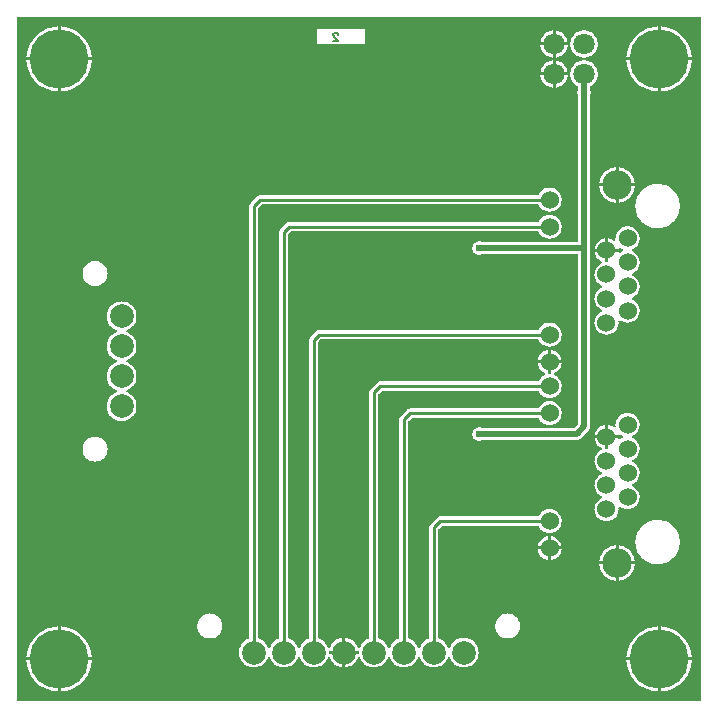
<source format=gbl>
G04 Layer: BottomLayer*
G04 Panelize: , Column: 2, Row: 2, Board Size: 58.42mm x 58.42mm, Panelized Board Size: 118.84mm x 118.84mm*
G04 EasyEDA v6.5.38, 2023-12-27 02:29:20*
G04 c8bedbd66dd74f4aa7d5f41e6d883f45,5a6b42c53f6a479593ecc07194224c93,10*
G04 Gerber Generator version 0.2*
G04 Scale: 100 percent, Rotated: No, Reflected: No *
G04 Dimensions in millimeters *
G04 leading zeros omitted , absolute positions ,4 integer and 5 decimal *
%FSLAX45Y45*%
%MOMM*%

%ADD10C,0.1524*%
%ADD11C,0.5000*%
%ADD12C,0.2540*%
%ADD13C,2.5000*%
%ADD14C,1.5240*%
%ADD15C,5.0000*%
%ADD16C,1.8000*%
%ADD17C,2.0000*%
%ADD18C,0.6200*%
%ADD19C,0.6096*%
%ADD20C,0.0121*%

%LPD*%
G36*
X5805932Y25908D02*
G01*
X36068Y26416D01*
X32156Y27178D01*
X28905Y29413D01*
X26670Y32664D01*
X25908Y36576D01*
X25908Y5805932D01*
X26670Y5809843D01*
X28905Y5813094D01*
X32156Y5815330D01*
X36068Y5816092D01*
X2555240Y5816092D01*
X2559151Y5815330D01*
X2562402Y5813094D01*
X2564638Y5809843D01*
X2565400Y5805932D01*
X2566162Y5809843D01*
X2568397Y5813094D01*
X2571648Y5815330D01*
X2575560Y5816092D01*
X5805932Y5816092D01*
X5809843Y5815330D01*
X5813094Y5813094D01*
X5815330Y5809843D01*
X5816092Y5805932D01*
X5816092Y36068D01*
X5815330Y32207D01*
X5813094Y28905D01*
X5809843Y26670D01*
G37*

%LPC*%
G36*
X4456887Y5600700D02*
G01*
X4559300Y5600700D01*
X4559300Y5702960D01*
X4550308Y5701842D01*
X4536186Y5698236D01*
X4522673Y5692851D01*
X4509922Y5685840D01*
X4498136Y5677306D01*
X4487519Y5667349D01*
X4478223Y5656122D01*
X4470450Y5643829D01*
X4464253Y5630672D01*
X4459732Y5616803D01*
X4457039Y5602528D01*
G37*
G36*
X5448300Y105613D02*
G01*
X5448300Y368300D01*
X5185410Y368300D01*
X5187289Y346405D01*
X5191150Y323646D01*
X5196890Y301244D01*
X5204460Y279450D01*
X5213858Y258317D01*
X5224983Y238099D01*
X5237784Y218846D01*
X5252161Y200710D01*
X5267960Y183896D01*
X5285130Y168402D01*
X5303520Y154432D01*
X5323027Y142087D01*
X5343499Y131368D01*
X5364835Y122428D01*
X5386781Y115265D01*
X5409285Y109982D01*
X5432145Y106629D01*
G37*
G36*
X368300Y105613D02*
G01*
X368300Y368300D01*
X105410Y368300D01*
X107289Y346405D01*
X111150Y323646D01*
X116890Y301244D01*
X124460Y279450D01*
X133858Y258317D01*
X144983Y238099D01*
X157784Y218846D01*
X172161Y200710D01*
X187960Y183896D01*
X205130Y168402D01*
X223520Y154432D01*
X243027Y142087D01*
X263499Y131368D01*
X284835Y122428D01*
X306781Y115265D01*
X329285Y109982D01*
X352145Y106629D01*
G37*
G36*
X3045206Y309524D02*
G01*
X3060395Y310438D01*
X3075330Y313182D01*
X3089859Y317703D01*
X3103727Y323951D01*
X3116732Y331825D01*
X3128670Y341172D01*
X3139440Y351942D01*
X3148787Y363880D01*
X3156661Y376885D01*
X3162960Y390804D01*
X3165144Y394004D01*
X3168396Y396087D01*
X3172206Y396798D01*
X3176016Y396087D01*
X3179267Y394004D01*
X3181451Y390804D01*
X3187750Y376885D01*
X3195624Y363880D01*
X3204972Y351942D01*
X3215741Y341172D01*
X3227679Y331825D01*
X3240684Y323951D01*
X3254552Y317703D01*
X3269081Y313182D01*
X3284016Y310438D01*
X3299206Y309524D01*
X3314395Y310438D01*
X3329330Y313182D01*
X3343859Y317703D01*
X3357727Y323951D01*
X3370732Y331825D01*
X3382670Y341172D01*
X3393440Y351942D01*
X3402787Y363880D01*
X3410661Y376885D01*
X3416960Y390804D01*
X3419144Y394004D01*
X3422396Y396087D01*
X3426206Y396798D01*
X3430015Y396087D01*
X3433267Y394004D01*
X3435451Y390804D01*
X3441750Y376885D01*
X3449624Y363880D01*
X3458972Y351942D01*
X3469741Y341172D01*
X3481679Y331825D01*
X3494684Y323951D01*
X3508552Y317703D01*
X3523081Y313182D01*
X3538016Y310438D01*
X3553206Y309524D01*
X3568395Y310438D01*
X3583330Y313182D01*
X3597859Y317703D01*
X3611727Y323951D01*
X3624732Y331825D01*
X3636670Y341172D01*
X3647440Y351942D01*
X3656787Y363880D01*
X3664661Y376885D01*
X3670960Y390804D01*
X3673144Y394004D01*
X3676396Y396087D01*
X3680206Y396798D01*
X3684015Y396087D01*
X3687267Y394004D01*
X3689451Y390804D01*
X3695750Y376885D01*
X3703624Y363880D01*
X3712972Y351942D01*
X3723741Y341172D01*
X3735679Y331825D01*
X3748684Y323951D01*
X3762552Y317703D01*
X3777081Y313182D01*
X3792016Y310438D01*
X3807206Y309524D01*
X3822395Y310438D01*
X3837330Y313182D01*
X3851859Y317703D01*
X3865727Y323951D01*
X3878732Y331825D01*
X3890670Y341172D01*
X3901440Y351942D01*
X3910787Y363880D01*
X3918661Y376885D01*
X3924909Y390753D01*
X3929430Y405282D01*
X3932174Y420217D01*
X3933088Y435406D01*
X3932174Y450596D01*
X3929430Y465531D01*
X3924909Y480059D01*
X3918661Y493928D01*
X3910787Y506933D01*
X3901440Y518871D01*
X3890670Y529640D01*
X3878732Y538988D01*
X3865727Y546862D01*
X3851859Y553110D01*
X3837330Y557631D01*
X3822395Y560374D01*
X3807206Y561289D01*
X3792016Y560374D01*
X3777081Y557631D01*
X3762552Y553110D01*
X3748684Y546862D01*
X3735679Y538988D01*
X3723741Y529640D01*
X3712972Y518871D01*
X3703624Y506933D01*
X3695750Y493928D01*
X3689451Y480009D01*
X3687267Y476808D01*
X3684015Y474726D01*
X3680206Y474014D01*
X3676396Y474726D01*
X3673144Y476808D01*
X3670960Y480009D01*
X3664661Y493928D01*
X3656787Y506933D01*
X3647440Y518871D01*
X3636670Y529640D01*
X3624732Y538988D01*
X3611727Y546862D01*
X3597808Y553110D01*
X3594658Y555345D01*
X3592525Y558596D01*
X3591814Y562406D01*
X3591814Y1475587D01*
X3592576Y1479499D01*
X3594811Y1482801D01*
X3619804Y1507794D01*
X3623106Y1510030D01*
X3627018Y1510792D01*
X4433112Y1510792D01*
X4436668Y1510131D01*
X4439767Y1508302D01*
X4442053Y1505508D01*
X4448048Y1494536D01*
X4456125Y1483563D01*
X4465624Y1473758D01*
X4476292Y1465326D01*
X4488027Y1458366D01*
X4500626Y1453032D01*
X4513732Y1449425D01*
X4527296Y1447647D01*
X4540910Y1447647D01*
X4554423Y1449425D01*
X4567580Y1453032D01*
X4580128Y1458366D01*
X4591862Y1465326D01*
X4602581Y1473758D01*
X4612030Y1483563D01*
X4620158Y1494536D01*
X4626711Y1506524D01*
X4631588Y1519224D01*
X4634738Y1532483D01*
X4636109Y1546047D01*
X4635652Y1559712D01*
X4633417Y1573174D01*
X4629353Y1586179D01*
X4623612Y1598523D01*
X4616297Y1610055D01*
X4607458Y1620469D01*
X4597349Y1629613D01*
X4586122Y1637334D01*
X4573930Y1643481D01*
X4561078Y1647952D01*
X4547717Y1650644D01*
X4534103Y1651558D01*
X4520488Y1650644D01*
X4507128Y1647952D01*
X4494225Y1643481D01*
X4482084Y1637334D01*
X4470806Y1629613D01*
X4460697Y1620469D01*
X4451908Y1610055D01*
X4444542Y1598523D01*
X4442409Y1593900D01*
X4440174Y1590802D01*
X4436973Y1588719D01*
X4433214Y1588008D01*
X3607308Y1588008D01*
X3599281Y1587195D01*
X3592068Y1585010D01*
X3585362Y1581454D01*
X3579164Y1576324D01*
X3526282Y1523441D01*
X3521151Y1517243D01*
X3517595Y1510538D01*
X3515410Y1503324D01*
X3514598Y1495298D01*
X3514598Y562406D01*
X3513886Y558596D01*
X3511753Y555345D01*
X3508603Y553110D01*
X3494684Y546862D01*
X3481679Y538988D01*
X3469741Y529640D01*
X3458972Y518871D01*
X3449624Y506933D01*
X3441750Y493928D01*
X3435451Y480009D01*
X3433267Y476808D01*
X3430015Y474726D01*
X3426206Y474014D01*
X3422396Y474726D01*
X3419144Y476808D01*
X3416960Y480009D01*
X3410661Y493928D01*
X3402787Y506933D01*
X3393440Y518871D01*
X3382670Y529640D01*
X3370732Y538988D01*
X3357727Y546862D01*
X3343808Y553110D01*
X3340658Y555345D01*
X3338525Y558596D01*
X3337814Y562406D01*
X3337814Y2389987D01*
X3338576Y2393899D01*
X3340811Y2397201D01*
X3365550Y2421940D01*
X3368852Y2424176D01*
X3372764Y2424938D01*
X4433062Y2424938D01*
X4436618Y2424277D01*
X4439716Y2422448D01*
X4441952Y2419654D01*
X4448048Y2408529D01*
X4456125Y2397556D01*
X4465624Y2387752D01*
X4476292Y2379319D01*
X4488027Y2372360D01*
X4500626Y2367026D01*
X4513732Y2363470D01*
X4527296Y2361641D01*
X4540910Y2361641D01*
X4554423Y2363470D01*
X4567580Y2367026D01*
X4580128Y2372360D01*
X4591862Y2379319D01*
X4602581Y2387752D01*
X4612030Y2397556D01*
X4620158Y2408529D01*
X4626711Y2420518D01*
X4631588Y2433218D01*
X4634738Y2446528D01*
X4636109Y2460091D01*
X4635652Y2473706D01*
X4633417Y2487168D01*
X4629353Y2500172D01*
X4623612Y2512568D01*
X4616297Y2524048D01*
X4607458Y2534462D01*
X4597349Y2543606D01*
X4586122Y2551328D01*
X4573930Y2557475D01*
X4561078Y2561945D01*
X4547717Y2564638D01*
X4534103Y2565552D01*
X4520488Y2564638D01*
X4507128Y2561945D01*
X4494225Y2557475D01*
X4482084Y2551328D01*
X4470806Y2543606D01*
X4460697Y2534462D01*
X4451908Y2524048D01*
X4444542Y2512568D01*
X4442460Y2508046D01*
X4440224Y2504948D01*
X4437024Y2502865D01*
X4433265Y2502154D01*
X3353054Y2502154D01*
X3345027Y2501341D01*
X3337814Y2499156D01*
X3331108Y2495600D01*
X3324910Y2490470D01*
X3272282Y2437841D01*
X3267151Y2431643D01*
X3263595Y2424938D01*
X3261410Y2417724D01*
X3260598Y2409698D01*
X3260598Y562406D01*
X3259886Y558596D01*
X3257753Y555345D01*
X3254603Y553110D01*
X3240684Y546862D01*
X3227679Y538988D01*
X3215741Y529640D01*
X3204972Y518871D01*
X3195624Y506933D01*
X3187750Y493928D01*
X3181451Y480009D01*
X3179267Y476808D01*
X3176016Y474726D01*
X3172206Y474014D01*
X3168396Y474726D01*
X3165144Y476808D01*
X3162960Y480009D01*
X3156661Y493928D01*
X3148787Y506933D01*
X3139440Y518871D01*
X3128670Y529640D01*
X3116732Y538988D01*
X3103727Y546862D01*
X3089808Y553110D01*
X3086658Y555345D01*
X3084525Y558596D01*
X3083814Y562406D01*
X3083814Y2618587D01*
X3084576Y2622499D01*
X3086811Y2625801D01*
X3111804Y2650794D01*
X3115106Y2653030D01*
X3119018Y2653792D01*
X4433112Y2653792D01*
X4436668Y2653131D01*
X4439767Y2651302D01*
X4442053Y2648508D01*
X4448048Y2637536D01*
X4456125Y2626563D01*
X4465624Y2616758D01*
X4476292Y2608326D01*
X4488027Y2601366D01*
X4500626Y2596032D01*
X4513732Y2592425D01*
X4527296Y2590647D01*
X4540910Y2590647D01*
X4554423Y2592425D01*
X4567580Y2596032D01*
X4580128Y2601366D01*
X4591862Y2608326D01*
X4602581Y2616758D01*
X4612030Y2626563D01*
X4620158Y2637536D01*
X4626711Y2649524D01*
X4631588Y2662224D01*
X4634738Y2675483D01*
X4636109Y2689047D01*
X4635652Y2702712D01*
X4633417Y2716174D01*
X4629353Y2729179D01*
X4623612Y2741523D01*
X4616297Y2753055D01*
X4607458Y2763469D01*
X4597349Y2772613D01*
X4586122Y2780334D01*
X4573828Y2786532D01*
X4570780Y2788869D01*
X4568850Y2792171D01*
X4568240Y2795930D01*
X4569104Y2799689D01*
X4571238Y2802839D01*
X4574438Y2804972D01*
X4580128Y2807360D01*
X4591862Y2814320D01*
X4602581Y2822752D01*
X4612030Y2832557D01*
X4620158Y2843530D01*
X4626711Y2855518D01*
X4631588Y2868218D01*
X4634738Y2881528D01*
X4635195Y2885795D01*
X4546803Y2885795D01*
X4546803Y2804566D01*
X4546041Y2800705D01*
X4543806Y2797403D01*
X4540504Y2795219D01*
X4536643Y2794406D01*
X4531563Y2794406D01*
X4527651Y2795219D01*
X4524349Y2797403D01*
X4522165Y2800705D01*
X4521403Y2804566D01*
X4521403Y2885795D01*
X4433011Y2885795D01*
X4433417Y2881528D01*
X4436567Y2868218D01*
X4441494Y2855518D01*
X4448048Y2843530D01*
X4456125Y2832557D01*
X4465624Y2822752D01*
X4476292Y2814320D01*
X4488027Y2807360D01*
X4493768Y2804972D01*
X4496917Y2802839D01*
X4499102Y2799689D01*
X4499914Y2795930D01*
X4499356Y2792171D01*
X4497374Y2788869D01*
X4494377Y2786532D01*
X4482084Y2780334D01*
X4470806Y2772613D01*
X4460697Y2763469D01*
X4451908Y2753055D01*
X4444542Y2741523D01*
X4442409Y2736900D01*
X4440174Y2733802D01*
X4436973Y2731719D01*
X4433214Y2731008D01*
X3099308Y2731008D01*
X3091281Y2730195D01*
X3084068Y2728010D01*
X3077362Y2724454D01*
X3071164Y2719324D01*
X3018282Y2666441D01*
X3013151Y2660243D01*
X3009595Y2653538D01*
X3007410Y2646324D01*
X3006598Y2638298D01*
X3006598Y562406D01*
X3005886Y558596D01*
X3003753Y555345D01*
X3000603Y553110D01*
X2986684Y546862D01*
X2973679Y538988D01*
X2961741Y529640D01*
X2950972Y518871D01*
X2941624Y506933D01*
X2933750Y493928D01*
X2927451Y480009D01*
X2925267Y476808D01*
X2922016Y474726D01*
X2918206Y474014D01*
X2914396Y474726D01*
X2911144Y476808D01*
X2908960Y480009D01*
X2902661Y493928D01*
X2894787Y506933D01*
X2885440Y518871D01*
X2874670Y529640D01*
X2862732Y538988D01*
X2849727Y546862D01*
X2835859Y553110D01*
X2821330Y557631D01*
X2806395Y560374D01*
X2803906Y560527D01*
X2803906Y448106D01*
X2909316Y448106D01*
X2913176Y447344D01*
X2916478Y445109D01*
X2918663Y441858D01*
X2919476Y437946D01*
X2919476Y432866D01*
X2918663Y428955D01*
X2916478Y425704D01*
X2913176Y423468D01*
X2909316Y422706D01*
X2803906Y422706D01*
X2803906Y310286D01*
X2806395Y310438D01*
X2821330Y313182D01*
X2835859Y317703D01*
X2849727Y323951D01*
X2862732Y331825D01*
X2874670Y341172D01*
X2885440Y351942D01*
X2894787Y363880D01*
X2902661Y376885D01*
X2908960Y390804D01*
X2911144Y394004D01*
X2914396Y396087D01*
X2918206Y396798D01*
X2922016Y396087D01*
X2925267Y394004D01*
X2927451Y390804D01*
X2933750Y376885D01*
X2941624Y363880D01*
X2950972Y351942D01*
X2961741Y341172D01*
X2973679Y331825D01*
X2986684Y323951D01*
X3000552Y317703D01*
X3015081Y313182D01*
X3030016Y310438D01*
G37*
G36*
X2029206Y309524D02*
G01*
X2044395Y310438D01*
X2059330Y313182D01*
X2073859Y317703D01*
X2087727Y323951D01*
X2100732Y331825D01*
X2112670Y341172D01*
X2123440Y351942D01*
X2132787Y363880D01*
X2140661Y376885D01*
X2146960Y390804D01*
X2149144Y394004D01*
X2152396Y396087D01*
X2156206Y396798D01*
X2160016Y396087D01*
X2163267Y394004D01*
X2165451Y390804D01*
X2171750Y376885D01*
X2179624Y363880D01*
X2188972Y351942D01*
X2199741Y341172D01*
X2211679Y331825D01*
X2224684Y323951D01*
X2238552Y317703D01*
X2253081Y313182D01*
X2268016Y310438D01*
X2283206Y309524D01*
X2298395Y310438D01*
X2313330Y313182D01*
X2327859Y317703D01*
X2341727Y323951D01*
X2354732Y331825D01*
X2366670Y341172D01*
X2377440Y351942D01*
X2386787Y363880D01*
X2394661Y376885D01*
X2400960Y390804D01*
X2403144Y394004D01*
X2406396Y396087D01*
X2410206Y396798D01*
X2414016Y396087D01*
X2417267Y394004D01*
X2419451Y390804D01*
X2425750Y376885D01*
X2433624Y363880D01*
X2442972Y351942D01*
X2453741Y341172D01*
X2465679Y331825D01*
X2478684Y323951D01*
X2492552Y317703D01*
X2507081Y313182D01*
X2522016Y310438D01*
X2537206Y309524D01*
X2552395Y310438D01*
X2567330Y313182D01*
X2581859Y317703D01*
X2595727Y323951D01*
X2608732Y331825D01*
X2620670Y341172D01*
X2631440Y351942D01*
X2640787Y363880D01*
X2648661Y376885D01*
X2654960Y390804D01*
X2657144Y394004D01*
X2660396Y396087D01*
X2664206Y396798D01*
X2668016Y396087D01*
X2671267Y394004D01*
X2673451Y390804D01*
X2679750Y376885D01*
X2687624Y363880D01*
X2696972Y351942D01*
X2707741Y341172D01*
X2719679Y331825D01*
X2732684Y323951D01*
X2746552Y317703D01*
X2761081Y313182D01*
X2776016Y310438D01*
X2778506Y310286D01*
X2778506Y422706D01*
X2673096Y422706D01*
X2669235Y423468D01*
X2665933Y425704D01*
X2663748Y428955D01*
X2662936Y432866D01*
X2662936Y437946D01*
X2663748Y441858D01*
X2665933Y445109D01*
X2669235Y447344D01*
X2673096Y448106D01*
X2778506Y448106D01*
X2778506Y560527D01*
X2776016Y560374D01*
X2761081Y557631D01*
X2746552Y553110D01*
X2732684Y546862D01*
X2719679Y538988D01*
X2707741Y529640D01*
X2696972Y518871D01*
X2687624Y506933D01*
X2679750Y493928D01*
X2673451Y480009D01*
X2671267Y476808D01*
X2668016Y474726D01*
X2664206Y474014D01*
X2660396Y474726D01*
X2657144Y476808D01*
X2654960Y480009D01*
X2648661Y493928D01*
X2640787Y506933D01*
X2631440Y518871D01*
X2620670Y529640D01*
X2608732Y538988D01*
X2595727Y546862D01*
X2581808Y553110D01*
X2578658Y555345D01*
X2576525Y558596D01*
X2575814Y562406D01*
X2575814Y3063087D01*
X2576576Y3066999D01*
X2578811Y3070301D01*
X2594406Y3085896D01*
X2597708Y3088132D01*
X2601620Y3088894D01*
X4433062Y3088894D01*
X4436618Y3088233D01*
X4439716Y3086404D01*
X4442002Y3083610D01*
X4448048Y3072536D01*
X4456125Y3061563D01*
X4465624Y3051759D01*
X4476292Y3043326D01*
X4488027Y3036366D01*
X4500626Y3031032D01*
X4513732Y3027426D01*
X4527296Y3025648D01*
X4540910Y3025648D01*
X4554423Y3027426D01*
X4567580Y3031032D01*
X4580128Y3036366D01*
X4591862Y3043326D01*
X4602581Y3051759D01*
X4612030Y3061563D01*
X4620158Y3072536D01*
X4626711Y3084525D01*
X4631588Y3097225D01*
X4634738Y3110484D01*
X4636109Y3124098D01*
X4635652Y3137712D01*
X4633417Y3151174D01*
X4629353Y3164179D01*
X4623612Y3176524D01*
X4616297Y3188055D01*
X4607458Y3198469D01*
X4597349Y3207613D01*
X4586122Y3215335D01*
X4573930Y3221482D01*
X4561078Y3225952D01*
X4547717Y3228644D01*
X4534103Y3229559D01*
X4520488Y3228644D01*
X4507128Y3225952D01*
X4494225Y3221482D01*
X4482084Y3215335D01*
X4470806Y3207613D01*
X4460697Y3198469D01*
X4451908Y3188055D01*
X4444542Y3176524D01*
X4442460Y3172002D01*
X4440224Y3168904D01*
X4436973Y3166821D01*
X4433214Y3166110D01*
X2581910Y3166110D01*
X2573883Y3165297D01*
X2566670Y3163112D01*
X2559964Y3159556D01*
X2553766Y3154426D01*
X2510282Y3110941D01*
X2505151Y3104743D01*
X2501595Y3098038D01*
X2499410Y3090824D01*
X2498598Y3082798D01*
X2498598Y562406D01*
X2497886Y558596D01*
X2495753Y555345D01*
X2492603Y553110D01*
X2478684Y546862D01*
X2465679Y538988D01*
X2453741Y529640D01*
X2442972Y518871D01*
X2433624Y506933D01*
X2425750Y493928D01*
X2419451Y480009D01*
X2417267Y476808D01*
X2414016Y474726D01*
X2410206Y474014D01*
X2406396Y474726D01*
X2403144Y476808D01*
X2400960Y480009D01*
X2394661Y493928D01*
X2386787Y506933D01*
X2377440Y518871D01*
X2366670Y529640D01*
X2354732Y538988D01*
X2341727Y546862D01*
X2327808Y553110D01*
X2324658Y555345D01*
X2322525Y558596D01*
X2321814Y562406D01*
X2321814Y3977487D01*
X2322576Y3981399D01*
X2324811Y3984701D01*
X2339898Y3999788D01*
X2343200Y4002024D01*
X2347112Y4002786D01*
X4433112Y4002786D01*
X4436668Y4002125D01*
X4439767Y4000296D01*
X4442053Y3997502D01*
X4448048Y3986529D01*
X4456125Y3975557D01*
X4465624Y3965752D01*
X4476292Y3957320D01*
X4488027Y3950360D01*
X4500626Y3945026D01*
X4513732Y3941470D01*
X4527296Y3939641D01*
X4540910Y3939641D01*
X4554423Y3941470D01*
X4567580Y3945026D01*
X4580128Y3950360D01*
X4591862Y3957320D01*
X4602581Y3965752D01*
X4612030Y3975557D01*
X4620158Y3986529D01*
X4626711Y3998518D01*
X4631588Y4011218D01*
X4634738Y4024528D01*
X4636109Y4038092D01*
X4635652Y4051706D01*
X4633417Y4065168D01*
X4629353Y4078173D01*
X4623612Y4090568D01*
X4616297Y4102049D01*
X4607458Y4112463D01*
X4597349Y4121607D01*
X4586122Y4129328D01*
X4573930Y4135475D01*
X4561078Y4139946D01*
X4547717Y4142638D01*
X4534103Y4143552D01*
X4520488Y4142638D01*
X4507128Y4139946D01*
X4494225Y4135475D01*
X4482084Y4129328D01*
X4470806Y4121607D01*
X4460697Y4112463D01*
X4451908Y4102049D01*
X4444542Y4090568D01*
X4442409Y4085894D01*
X4440174Y4082796D01*
X4436922Y4080713D01*
X4433163Y4080001D01*
X2327402Y4080001D01*
X2319375Y4079189D01*
X2312162Y4077004D01*
X2305456Y4073448D01*
X2299258Y4068318D01*
X2256282Y4025341D01*
X2251151Y4019143D01*
X2247595Y4012437D01*
X2245410Y4005224D01*
X2244598Y3997198D01*
X2244598Y562406D01*
X2243886Y558596D01*
X2241753Y555345D01*
X2238603Y553110D01*
X2224684Y546862D01*
X2211679Y538988D01*
X2199741Y529640D01*
X2188972Y518871D01*
X2179624Y506933D01*
X2171750Y493928D01*
X2165451Y480009D01*
X2163267Y476808D01*
X2160016Y474726D01*
X2156206Y474014D01*
X2152396Y474726D01*
X2149144Y476808D01*
X2146960Y480009D01*
X2140661Y493928D01*
X2132787Y506933D01*
X2123440Y518871D01*
X2112670Y529640D01*
X2100732Y538988D01*
X2087727Y546862D01*
X2073808Y553110D01*
X2070658Y555345D01*
X2068525Y558596D01*
X2067814Y562406D01*
X2067814Y4193387D01*
X2068575Y4197299D01*
X2070811Y4200601D01*
X2099106Y4228896D01*
X2102408Y4231132D01*
X2106320Y4231894D01*
X4433062Y4231894D01*
X4436618Y4231233D01*
X4439716Y4229404D01*
X4442002Y4226610D01*
X4448048Y4215536D01*
X4456125Y4204563D01*
X4465624Y4194759D01*
X4476292Y4186326D01*
X4488027Y4179366D01*
X4500626Y4174032D01*
X4513732Y4170426D01*
X4527296Y4168648D01*
X4540910Y4168648D01*
X4554423Y4170426D01*
X4567580Y4174032D01*
X4580128Y4179366D01*
X4591862Y4186326D01*
X4602581Y4194759D01*
X4612030Y4204563D01*
X4620158Y4215536D01*
X4626711Y4227525D01*
X4631588Y4240225D01*
X4634738Y4253484D01*
X4636109Y4267098D01*
X4635652Y4280712D01*
X4633417Y4294174D01*
X4629353Y4307179D01*
X4623612Y4319524D01*
X4616297Y4331055D01*
X4607458Y4341469D01*
X4597349Y4350613D01*
X4586122Y4358335D01*
X4573930Y4364482D01*
X4561078Y4368952D01*
X4547717Y4371644D01*
X4534103Y4372559D01*
X4520488Y4371644D01*
X4507128Y4368952D01*
X4494225Y4364482D01*
X4482084Y4358335D01*
X4470806Y4350613D01*
X4460697Y4341469D01*
X4451908Y4331055D01*
X4444542Y4319524D01*
X4442460Y4315002D01*
X4440224Y4311904D01*
X4436973Y4309821D01*
X4433214Y4309110D01*
X2086610Y4309110D01*
X2078583Y4308297D01*
X2071370Y4306112D01*
X2064664Y4302556D01*
X2058466Y4297426D01*
X2002282Y4241241D01*
X1997151Y4235043D01*
X1993595Y4228338D01*
X1991410Y4221124D01*
X1990598Y4213098D01*
X1990598Y562406D01*
X1989886Y558596D01*
X1987753Y555345D01*
X1984603Y553110D01*
X1970684Y546862D01*
X1957679Y538988D01*
X1945741Y529640D01*
X1934972Y518871D01*
X1925624Y506933D01*
X1917750Y493928D01*
X1911502Y480059D01*
X1906981Y465531D01*
X1904238Y450596D01*
X1903323Y435406D01*
X1904238Y420217D01*
X1906981Y405282D01*
X1911502Y390753D01*
X1917750Y376885D01*
X1925624Y363880D01*
X1934972Y351942D01*
X1945741Y341172D01*
X1957679Y331825D01*
X1970684Y323951D01*
X1984552Y317703D01*
X1999081Y313182D01*
X2014016Y310438D01*
G37*
G36*
X5473700Y393700D02*
G01*
X5736336Y393700D01*
X5735929Y404063D01*
X5733034Y427024D01*
X5728208Y449630D01*
X5721553Y471728D01*
X5713018Y493217D01*
X5702757Y513892D01*
X5690819Y533704D01*
X5677204Y552348D01*
X5662117Y569874D01*
X5645607Y586028D01*
X5627827Y600760D01*
X5608828Y613968D01*
X5588812Y625500D01*
X5567934Y635355D01*
X5546242Y643382D01*
X5523992Y649630D01*
X5501284Y653948D01*
X5478322Y656336D01*
X5473700Y656437D01*
G37*
G36*
X393700Y393700D02*
G01*
X656336Y393700D01*
X655929Y404063D01*
X653034Y427024D01*
X648208Y449630D01*
X641553Y471728D01*
X633018Y493217D01*
X622757Y513892D01*
X610819Y533704D01*
X597204Y552348D01*
X582117Y569874D01*
X565607Y586028D01*
X547827Y600760D01*
X528828Y613968D01*
X508812Y625500D01*
X487934Y635355D01*
X466242Y643382D01*
X443992Y649630D01*
X421284Y653948D01*
X398322Y656336D01*
X393700Y656437D01*
G37*
G36*
X5185410Y393700D02*
G01*
X5448300Y393700D01*
X5448300Y656386D01*
X5432145Y655370D01*
X5409285Y652018D01*
X5386781Y646734D01*
X5364835Y639572D01*
X5343499Y630631D01*
X5323027Y619912D01*
X5303520Y607568D01*
X5285130Y593598D01*
X5267960Y578104D01*
X5252161Y561289D01*
X5237784Y543153D01*
X5224983Y523900D01*
X5213858Y503682D01*
X5204460Y482549D01*
X5196890Y460756D01*
X5191150Y438353D01*
X5187289Y415594D01*
G37*
G36*
X105410Y393700D02*
G01*
X368300Y393700D01*
X368300Y656386D01*
X352145Y655370D01*
X329285Y652018D01*
X306781Y646734D01*
X284835Y639572D01*
X263499Y630631D01*
X243027Y619912D01*
X223520Y607568D01*
X205130Y593598D01*
X187960Y578104D01*
X172161Y561289D01*
X157784Y543153D01*
X144983Y523900D01*
X133858Y503682D01*
X124460Y482549D01*
X116890Y460756D01*
X111150Y438353D01*
X107289Y415594D01*
G37*
G36*
X1657604Y554532D02*
G01*
X1671421Y555396D01*
X1684985Y558139D01*
X1698142Y562559D01*
X1710537Y568706D01*
X1722069Y576376D01*
X1732483Y585520D01*
X1741627Y595934D01*
X1749298Y607466D01*
X1755444Y619861D01*
X1759864Y633018D01*
X1762607Y646582D01*
X1763471Y660400D01*
X1762607Y674217D01*
X1759864Y687781D01*
X1755444Y700938D01*
X1749298Y713333D01*
X1741627Y724865D01*
X1732483Y735279D01*
X1722069Y744423D01*
X1710537Y752094D01*
X1698142Y758240D01*
X1684985Y762660D01*
X1671421Y765403D01*
X1657604Y766267D01*
X1643786Y765403D01*
X1630222Y762660D01*
X1617065Y758240D01*
X1604670Y752094D01*
X1593138Y744423D01*
X1582724Y735279D01*
X1573580Y724865D01*
X1565910Y713333D01*
X1559763Y700938D01*
X1555343Y687781D01*
X1552600Y674217D01*
X1551736Y660400D01*
X1552600Y646582D01*
X1555343Y633018D01*
X1559763Y619861D01*
X1565910Y607466D01*
X1573580Y595934D01*
X1582724Y585520D01*
X1593138Y576376D01*
X1604670Y568706D01*
X1617065Y562559D01*
X1630222Y558139D01*
X1643786Y555396D01*
G37*
G36*
X4178808Y554532D02*
G01*
X4192625Y555396D01*
X4206189Y558139D01*
X4219346Y562559D01*
X4231741Y568706D01*
X4243273Y576376D01*
X4253687Y585520D01*
X4262831Y595934D01*
X4270502Y607466D01*
X4276648Y619861D01*
X4281068Y633018D01*
X4283811Y646582D01*
X4284675Y660400D01*
X4283811Y674217D01*
X4281068Y687781D01*
X4276648Y700938D01*
X4270502Y713333D01*
X4262831Y724865D01*
X4253687Y735279D01*
X4243273Y744423D01*
X4231741Y752094D01*
X4219346Y758240D01*
X4206189Y762660D01*
X4192625Y765403D01*
X4178808Y766267D01*
X4164990Y765403D01*
X4151426Y762660D01*
X4138269Y758240D01*
X4125874Y752094D01*
X4114342Y744423D01*
X4103928Y735279D01*
X4094784Y724865D01*
X4087114Y713333D01*
X4080967Y700938D01*
X4076547Y687781D01*
X4073804Y674217D01*
X4072940Y660400D01*
X4073804Y646582D01*
X4076547Y633018D01*
X4080967Y619861D01*
X4087114Y607466D01*
X4094784Y595934D01*
X4103928Y585520D01*
X4114342Y576376D01*
X4125874Y568706D01*
X4138269Y562559D01*
X4151426Y558139D01*
X4164990Y555396D01*
G37*
G36*
X5092395Y1043330D02*
G01*
X5092395Y1180795D01*
X4954930Y1180795D01*
X4955133Y1176578D01*
X4957978Y1159916D01*
X4962652Y1143660D01*
X4969154Y1128014D01*
X4977333Y1113180D01*
X4987137Y1099413D01*
X4998415Y1086764D01*
X5011013Y1075537D01*
X5024831Y1065733D01*
X5039614Y1057554D01*
X5055260Y1051052D01*
X5071516Y1046378D01*
X5088178Y1043533D01*
G37*
G36*
X5117795Y1043330D02*
G01*
X5122011Y1043533D01*
X5138674Y1046378D01*
X5154930Y1051052D01*
X5170576Y1057554D01*
X5185359Y1065733D01*
X5199176Y1075537D01*
X5211775Y1086764D01*
X5223052Y1099413D01*
X5232857Y1113180D01*
X5241036Y1128014D01*
X5247538Y1143660D01*
X5252212Y1159916D01*
X5255056Y1176578D01*
X5255260Y1180795D01*
X5117795Y1180795D01*
G37*
G36*
X5443423Y1183182D02*
G01*
X5462168Y1183640D01*
X5480812Y1185976D01*
X5499100Y1190142D01*
X5516930Y1196136D01*
X5534050Y1203858D01*
X5550306Y1213256D01*
X5565546Y1224229D01*
X5579618Y1236624D01*
X5592419Y1250391D01*
X5603748Y1265377D01*
X5613552Y1281379D01*
X5621680Y1298295D01*
X5628132Y1315974D01*
X5632754Y1334160D01*
X5635548Y1352753D01*
X5636514Y1371498D01*
X5635548Y1390243D01*
X5632754Y1408836D01*
X5628132Y1427022D01*
X5621680Y1444701D01*
X5613552Y1461617D01*
X5603748Y1477619D01*
X5592419Y1492605D01*
X5579618Y1506372D01*
X5565546Y1518767D01*
X5550306Y1529740D01*
X5534050Y1539138D01*
X5516930Y1546860D01*
X5499100Y1552854D01*
X5480812Y1557020D01*
X5462168Y1559356D01*
X5443423Y1559814D01*
X5424678Y1558442D01*
X5406186Y1555191D01*
X5388102Y1550060D01*
X5370626Y1543202D01*
X5353913Y1534668D01*
X5338114Y1524457D01*
X5323433Y1512773D01*
X5309971Y1499616D01*
X5297932Y1485239D01*
X5287365Y1469745D01*
X5278374Y1453235D01*
X5271058Y1435912D01*
X5265521Y1417980D01*
X5261813Y1399590D01*
X5259933Y1380896D01*
X5259933Y1362100D01*
X5261813Y1343406D01*
X5265521Y1325016D01*
X5271058Y1307084D01*
X5278374Y1289761D01*
X5287365Y1273251D01*
X5297932Y1257757D01*
X5309971Y1243380D01*
X5323433Y1230223D01*
X5338114Y1218539D01*
X5353913Y1208328D01*
X5370626Y1199794D01*
X5388102Y1192936D01*
X5406186Y1187805D01*
X5424678Y1184554D01*
G37*
G36*
X4954930Y1206195D02*
G01*
X5092395Y1206195D01*
X5092395Y1343660D01*
X5088178Y1343406D01*
X5071516Y1340612D01*
X5055260Y1335887D01*
X5039614Y1329436D01*
X5024831Y1321257D01*
X5011013Y1311452D01*
X4998415Y1300175D01*
X4987137Y1287576D01*
X4977333Y1273759D01*
X4969154Y1258976D01*
X4962652Y1243330D01*
X4957978Y1227074D01*
X4955133Y1210360D01*
G37*
G36*
X5117795Y1206195D02*
G01*
X5255260Y1206195D01*
X5255056Y1210360D01*
X5252212Y1227074D01*
X5247538Y1243330D01*
X5241036Y1258976D01*
X5232857Y1273759D01*
X5223052Y1287576D01*
X5211775Y1300175D01*
X5199176Y1311452D01*
X5185359Y1321257D01*
X5170576Y1329436D01*
X5154930Y1335887D01*
X5138674Y1340612D01*
X5122011Y1343406D01*
X5117795Y1343660D01*
G37*
G36*
X4521403Y1219403D02*
G01*
X4521403Y1307795D01*
X4433011Y1307795D01*
X4433417Y1303528D01*
X4436567Y1290218D01*
X4441494Y1277518D01*
X4448048Y1265529D01*
X4456125Y1254556D01*
X4465624Y1244752D01*
X4476292Y1236319D01*
X4488027Y1229360D01*
X4500626Y1224026D01*
X4513732Y1220470D01*
G37*
G36*
X4546803Y1219403D02*
G01*
X4554423Y1220470D01*
X4567580Y1224026D01*
X4580128Y1229360D01*
X4591862Y1236319D01*
X4602581Y1244752D01*
X4612030Y1254556D01*
X4620158Y1265529D01*
X4626711Y1277518D01*
X4631588Y1290218D01*
X4634738Y1303528D01*
X4635195Y1307795D01*
X4546803Y1307795D01*
G37*
G36*
X4546803Y1333195D02*
G01*
X4635246Y1333195D01*
X4633417Y1344168D01*
X4629353Y1357172D01*
X4623612Y1369568D01*
X4616297Y1381048D01*
X4607458Y1391462D01*
X4597349Y1400606D01*
X4586122Y1408328D01*
X4573930Y1414475D01*
X4561078Y1418945D01*
X4546803Y1421739D01*
G37*
G36*
X4432960Y1333195D02*
G01*
X4521403Y1333195D01*
X4521403Y1421739D01*
X4507128Y1418945D01*
X4494225Y1414475D01*
X4482084Y1408328D01*
X4470806Y1400606D01*
X4460697Y1391462D01*
X4451908Y1381048D01*
X4444542Y1369568D01*
X4438802Y1357172D01*
X4434789Y1344168D01*
G37*
G36*
X5009286Y1548638D02*
G01*
X5022900Y1548638D01*
X5036413Y1550466D01*
X5049570Y1554073D01*
X5062118Y1559356D01*
X5073853Y1566316D01*
X5084572Y1574800D01*
X5094071Y1584553D01*
X5102148Y1595577D01*
X5108702Y1607515D01*
X5113578Y1620266D01*
X5116779Y1633524D01*
X5118100Y1647037D01*
X5117592Y1661769D01*
X5118150Y1665579D01*
X5120081Y1668881D01*
X5123129Y1671218D01*
X5126786Y1672285D01*
X5130596Y1671878D01*
X5134000Y1670151D01*
X5136337Y1668322D01*
X5148072Y1661363D01*
X5160619Y1656029D01*
X5173776Y1652422D01*
X5187289Y1650644D01*
X5200904Y1650644D01*
X5214416Y1652422D01*
X5227574Y1656029D01*
X5240121Y1661363D01*
X5251856Y1668322D01*
X5262575Y1676755D01*
X5272074Y1686560D01*
X5280152Y1697532D01*
X5286705Y1709521D01*
X5291582Y1722221D01*
X5294782Y1735480D01*
X5296103Y1749094D01*
X5295646Y1762709D01*
X5293410Y1776171D01*
X5289346Y1789175D01*
X5283606Y1801571D01*
X5276291Y1813052D01*
X5267502Y1823466D01*
X5257342Y1832610D01*
X5246116Y1840331D01*
X5235956Y1845462D01*
X5232958Y1847799D01*
X5230977Y1851050D01*
X5230418Y1854860D01*
X5231231Y1858568D01*
X5233416Y1861718D01*
X5236616Y1863852D01*
X5240121Y1865375D01*
X5251856Y1872335D01*
X5262575Y1880768D01*
X5272074Y1890572D01*
X5280152Y1901545D01*
X5286705Y1913534D01*
X5291582Y1926234D01*
X5294782Y1939493D01*
X5296103Y1953056D01*
X5295646Y1966722D01*
X5293410Y1980133D01*
X5289346Y1993188D01*
X5283606Y2005533D01*
X5276291Y2017064D01*
X5267502Y2027478D01*
X5257342Y2036622D01*
X5246116Y2044344D01*
X5235956Y2049424D01*
X5232958Y2051761D01*
X5230977Y2055063D01*
X5230418Y2058873D01*
X5231231Y2062581D01*
X5233416Y2065731D01*
X5236616Y2067864D01*
X5240121Y2069388D01*
X5251856Y2076297D01*
X5262575Y2084781D01*
X5272074Y2094585D01*
X5280152Y2105558D01*
X5286705Y2117496D01*
X5291582Y2130247D01*
X5294782Y2143506D01*
X5296103Y2157069D01*
X5295646Y2170684D01*
X5293410Y2184146D01*
X5289346Y2197150D01*
X5283606Y2209546D01*
X5276291Y2221026D01*
X5267502Y2231440D01*
X5257342Y2240584D01*
X5246116Y2248306D01*
X5235956Y2253437D01*
X5232958Y2255774D01*
X5230977Y2259076D01*
X5230418Y2262835D01*
X5231231Y2266594D01*
X5233416Y2269744D01*
X5236616Y2271877D01*
X5240121Y2273350D01*
X5251856Y2280310D01*
X5262575Y2288794D01*
X5272074Y2298598D01*
X5280152Y2309571D01*
X5286705Y2321509D01*
X5291582Y2334260D01*
X5294782Y2347518D01*
X5296103Y2361082D01*
X5295646Y2374696D01*
X5293410Y2388158D01*
X5289346Y2401163D01*
X5283606Y2413558D01*
X5276291Y2425039D01*
X5267502Y2435453D01*
X5257342Y2444597D01*
X5246116Y2452319D01*
X5233974Y2458466D01*
X5221071Y2462936D01*
X5207711Y2465679D01*
X5194096Y2466594D01*
X5180482Y2465679D01*
X5167122Y2462936D01*
X5154218Y2458466D01*
X5142077Y2452319D01*
X5130850Y2444597D01*
X5120690Y2435453D01*
X5111902Y2425039D01*
X5104587Y2413558D01*
X5098846Y2401163D01*
X5094782Y2388158D01*
X5092547Y2374696D01*
X5092090Y2361082D01*
X5092801Y2353665D01*
X5092496Y2349855D01*
X5090769Y2346401D01*
X5087874Y2343912D01*
X5084267Y2342591D01*
X5080457Y2342743D01*
X5076952Y2344267D01*
X5068112Y2350312D01*
X5055971Y2356459D01*
X5043068Y2360930D01*
X5028793Y2363724D01*
X5028793Y2275179D01*
X5117642Y2275179D01*
X5118963Y2279294D01*
X5121859Y2282444D01*
X5125821Y2284171D01*
X5130139Y2284018D01*
X5134000Y2282139D01*
X5136337Y2280310D01*
X5148072Y2273350D01*
X5151577Y2271877D01*
X5154777Y2269744D01*
X5156962Y2266594D01*
X5157774Y2262835D01*
X5157216Y2259076D01*
X5155234Y2255774D01*
X5152237Y2253437D01*
X5142077Y2248306D01*
X5133238Y2242261D01*
X5129733Y2240737D01*
X5125923Y2240584D01*
X5122316Y2241905D01*
X5119420Y2244445D01*
X5117693Y2247849D01*
X5117541Y2249779D01*
X5028793Y2249779D01*
X5028793Y2170582D01*
X5028031Y2166721D01*
X5025796Y2163419D01*
X5022545Y2161184D01*
X5018633Y2160422D01*
X5013553Y2160422D01*
X5009692Y2161184D01*
X5006390Y2163419D01*
X5004155Y2166721D01*
X5003393Y2170582D01*
X5003393Y2249779D01*
X4915001Y2249779D01*
X4915408Y2245512D01*
X4918608Y2232253D01*
X4923485Y2219502D01*
X4930038Y2207564D01*
X4938115Y2196592D01*
X4947615Y2186787D01*
X4958334Y2178304D01*
X4970068Y2171395D01*
X4973624Y2169871D01*
X4976774Y2167737D01*
X4978958Y2164588D01*
X4979771Y2160879D01*
X4979212Y2157069D01*
X4977231Y2153767D01*
X4974234Y2151430D01*
X4964074Y2146300D01*
X4952847Y2138578D01*
X4942738Y2129434D01*
X4933899Y2119020D01*
X4926584Y2107539D01*
X4920843Y2095195D01*
X4916779Y2082139D01*
X4914544Y2068728D01*
X4914087Y2055063D01*
X4915408Y2041499D01*
X4918608Y2028240D01*
X4923485Y2015540D01*
X4930038Y2003552D01*
X4938115Y1992579D01*
X4947615Y1982774D01*
X4958334Y1974342D01*
X4970068Y1967382D01*
X4973624Y1965858D01*
X4976774Y1963724D01*
X4978958Y1960575D01*
X4979771Y1956866D01*
X4979212Y1953056D01*
X4977231Y1949805D01*
X4974234Y1947468D01*
X4964074Y1942338D01*
X4952847Y1934616D01*
X4942738Y1925472D01*
X4933899Y1915058D01*
X4926584Y1903526D01*
X4920843Y1891182D01*
X4916779Y1878177D01*
X4914544Y1864715D01*
X4914087Y1851050D01*
X4915408Y1837486D01*
X4918608Y1824228D01*
X4923485Y1811528D01*
X4930038Y1799539D01*
X4938115Y1788566D01*
X4947615Y1778762D01*
X4958334Y1770329D01*
X4970068Y1763369D01*
X4973624Y1761845D01*
X4976774Y1759762D01*
X4978958Y1756562D01*
X4979771Y1752854D01*
X4979212Y1749094D01*
X4977231Y1745792D01*
X4974234Y1743456D01*
X4964074Y1738325D01*
X4952847Y1730603D01*
X4942738Y1721459D01*
X4933899Y1711045D01*
X4926584Y1699564D01*
X4920843Y1687169D01*
X4916779Y1674164D01*
X4914544Y1660702D01*
X4914087Y1647088D01*
X4915408Y1633524D01*
X4918608Y1620266D01*
X4923485Y1607515D01*
X4930038Y1595577D01*
X4938115Y1584553D01*
X4947615Y1574800D01*
X4958334Y1566316D01*
X4970068Y1559356D01*
X4982616Y1554073D01*
X4995773Y1550466D01*
G37*
G36*
X685800Y2051913D02*
G01*
X699617Y2052828D01*
X713181Y2055520D01*
X726338Y2059990D01*
X738733Y2066086D01*
X750265Y2073808D01*
X760679Y2082952D01*
X769823Y2093366D01*
X777494Y2104847D01*
X783640Y2117293D01*
X788060Y2130399D01*
X790803Y2143963D01*
X791667Y2157780D01*
X790803Y2171649D01*
X788060Y2185212D01*
X783640Y2198319D01*
X777494Y2210765D01*
X769823Y2222246D01*
X760679Y2232660D01*
X750265Y2241804D01*
X738733Y2249525D01*
X726338Y2255621D01*
X713181Y2260092D01*
X699617Y2262784D01*
X685800Y2263698D01*
X671982Y2262784D01*
X658418Y2260092D01*
X645261Y2255621D01*
X632866Y2249525D01*
X621334Y2241804D01*
X610920Y2232660D01*
X601776Y2222246D01*
X594106Y2210765D01*
X587959Y2198319D01*
X583539Y2185212D01*
X580796Y2171649D01*
X579932Y2157780D01*
X580796Y2143963D01*
X583539Y2130399D01*
X587959Y2117293D01*
X594106Y2104847D01*
X601776Y2093366D01*
X610920Y2082952D01*
X621334Y2073808D01*
X632866Y2066086D01*
X645261Y2059990D01*
X658418Y2055520D01*
X671982Y2052828D01*
G37*
G36*
X3939438Y2229154D02*
G01*
X3948988Y2230424D01*
X3958183Y2233218D01*
X3961942Y2234793D01*
X3964330Y2235098D01*
X4762296Y2235098D01*
X4766919Y2235301D01*
X4771339Y2235860D01*
X4775657Y2236825D01*
X4779924Y2238146D01*
X4783988Y2239873D01*
X4787950Y2241905D01*
X4791710Y2244293D01*
X4795215Y2246985D01*
X4798669Y2250135D01*
X4861864Y2313330D01*
X4865014Y2316784D01*
X4867706Y2320290D01*
X4870094Y2324049D01*
X4872126Y2328011D01*
X4873853Y2332075D01*
X4875174Y2336342D01*
X4876139Y2340660D01*
X4876698Y2345080D01*
X4876901Y2349703D01*
X4876901Y5155692D01*
X4877866Y5160010D01*
X4878933Y5162346D01*
X4881473Y5171795D01*
X4882337Y5181600D01*
X4881473Y5191404D01*
X4878933Y5200853D01*
X4877866Y5203190D01*
X4876901Y5207508D01*
X4876901Y5224018D01*
X4877562Y5227523D01*
X4879390Y5230622D01*
X4882184Y5232908D01*
X4888077Y5236159D01*
X4899863Y5244693D01*
X4910480Y5254650D01*
X4919776Y5265877D01*
X4927549Y5278170D01*
X4933746Y5291328D01*
X4938268Y5305196D01*
X4940960Y5319471D01*
X4941874Y5334000D01*
X4940960Y5348528D01*
X4938268Y5362803D01*
X4933746Y5376672D01*
X4927549Y5389829D01*
X4919776Y5402122D01*
X4910480Y5413349D01*
X4899863Y5423306D01*
X4888077Y5431840D01*
X4875326Y5438851D01*
X4861814Y5444236D01*
X4847691Y5447842D01*
X4833264Y5449671D01*
X4818735Y5449671D01*
X4804308Y5447842D01*
X4790186Y5444236D01*
X4776673Y5438851D01*
X4763922Y5431840D01*
X4752136Y5423306D01*
X4741519Y5413349D01*
X4732223Y5402122D01*
X4724450Y5389829D01*
X4718253Y5376672D01*
X4713732Y5362803D01*
X4711039Y5348528D01*
X4710125Y5334000D01*
X4711039Y5319471D01*
X4713732Y5305196D01*
X4718253Y5291328D01*
X4724450Y5278170D01*
X4732223Y5265877D01*
X4741519Y5254650D01*
X4752136Y5244693D01*
X4763922Y5236159D01*
X4769815Y5232908D01*
X4772609Y5230622D01*
X4774438Y5227523D01*
X4775098Y5224018D01*
X4775098Y5207508D01*
X4774133Y5203190D01*
X4773066Y5200853D01*
X4770526Y5191404D01*
X4769662Y5181600D01*
X4770526Y5171795D01*
X4773066Y5162346D01*
X4774133Y5160010D01*
X4775098Y5155692D01*
X4775098Y3921861D01*
X4774336Y3918000D01*
X4772101Y3914698D01*
X4768799Y3912463D01*
X4764938Y3911701D01*
X3964330Y3911701D01*
X3961942Y3912006D01*
X3958183Y3913581D01*
X3948988Y3916375D01*
X3939438Y3917645D01*
X3929786Y3917187D01*
X3920337Y3915156D01*
X3911396Y3911600D01*
X3903167Y3906520D01*
X3895953Y3900170D01*
X3889857Y3892651D01*
X3885184Y3884218D01*
X3881983Y3875125D01*
X3880358Y3865626D01*
X3880358Y3855974D01*
X3881983Y3846474D01*
X3885184Y3837381D01*
X3889857Y3828948D01*
X3895953Y3821429D01*
X3903167Y3815079D01*
X3911396Y3810000D01*
X3920337Y3806444D01*
X3929786Y3804412D01*
X3939438Y3803954D01*
X3948988Y3805224D01*
X3958183Y3808018D01*
X3961942Y3809593D01*
X3964330Y3809898D01*
X4764938Y3809898D01*
X4768799Y3809136D01*
X4772101Y3806901D01*
X4774336Y3803599D01*
X4775098Y3799738D01*
X4775098Y2374798D01*
X4774336Y2370886D01*
X4772101Y2367635D01*
X4744364Y2339898D01*
X4741113Y2337663D01*
X4737201Y2336901D01*
X3964330Y2336901D01*
X3961942Y2337206D01*
X3958183Y2338781D01*
X3948988Y2341575D01*
X3939438Y2342845D01*
X3929786Y2342388D01*
X3920337Y2340356D01*
X3911396Y2336800D01*
X3903167Y2331720D01*
X3895953Y2325370D01*
X3889857Y2317851D01*
X3885184Y2309418D01*
X3881983Y2300325D01*
X3880358Y2290826D01*
X3880358Y2281174D01*
X3881983Y2271674D01*
X3885184Y2262581D01*
X3889857Y2254148D01*
X3895953Y2246630D01*
X3903167Y2240280D01*
X3911396Y2235200D01*
X3920337Y2231644D01*
X3929786Y2229612D01*
G37*
G36*
X4914950Y2275179D02*
G01*
X5003393Y2275179D01*
X5003393Y2363724D01*
X4989118Y2360930D01*
X4976266Y2356459D01*
X4964074Y2350312D01*
X4952847Y2342591D01*
X4942738Y2333447D01*
X4933899Y2323033D01*
X4926584Y2311552D01*
X4920843Y2299157D01*
X4916779Y2286152D01*
G37*
G36*
X5473700Y105562D02*
G01*
X5478322Y105664D01*
X5501284Y108051D01*
X5523992Y112369D01*
X5546242Y118618D01*
X5567934Y126644D01*
X5588812Y136499D01*
X5608828Y148031D01*
X5627827Y161239D01*
X5645607Y175971D01*
X5662117Y192125D01*
X5677204Y209600D01*
X5690819Y228295D01*
X5702757Y248107D01*
X5713018Y268782D01*
X5721553Y290271D01*
X5728208Y312369D01*
X5733034Y334975D01*
X5735929Y357936D01*
X5736336Y368300D01*
X5473700Y368300D01*
G37*
G36*
X910793Y2394458D02*
G01*
X925982Y2395372D01*
X940917Y2398115D01*
X955446Y2402636D01*
X969314Y2408885D01*
X982319Y2416708D01*
X994308Y2426106D01*
X1005027Y2436876D01*
X1014425Y2448814D01*
X1022299Y2461818D01*
X1028496Y2475687D01*
X1033018Y2490216D01*
X1035761Y2505151D01*
X1036675Y2520340D01*
X1035761Y2535529D01*
X1033018Y2550464D01*
X1028496Y2564993D01*
X1022299Y2578811D01*
X1014425Y2591866D01*
X1005027Y2603804D01*
X994308Y2614574D01*
X982319Y2623921D01*
X969314Y2631795D01*
X955395Y2638044D01*
X952246Y2640279D01*
X950112Y2643530D01*
X949401Y2647340D01*
X950112Y2651150D01*
X952246Y2654350D01*
X955395Y2656586D01*
X969314Y2662885D01*
X982319Y2670708D01*
X994308Y2680106D01*
X1005027Y2690876D01*
X1014425Y2702814D01*
X1022299Y2715818D01*
X1028496Y2729687D01*
X1033018Y2744216D01*
X1035761Y2759151D01*
X1036675Y2774340D01*
X1035761Y2789529D01*
X1033018Y2804464D01*
X1028496Y2818993D01*
X1022299Y2832811D01*
X1014425Y2845866D01*
X1005027Y2857804D01*
X994308Y2868574D01*
X982319Y2877921D01*
X969314Y2885795D01*
X955395Y2892044D01*
X952246Y2894279D01*
X950112Y2897530D01*
X949401Y2901340D01*
X950112Y2905150D01*
X952246Y2908350D01*
X955395Y2910586D01*
X969314Y2916885D01*
X982319Y2924708D01*
X994308Y2934106D01*
X1005027Y2944876D01*
X1014425Y2956814D01*
X1022299Y2969818D01*
X1028496Y2983687D01*
X1033018Y2998216D01*
X1035761Y3013151D01*
X1036675Y3028340D01*
X1035761Y3043529D01*
X1033018Y3058464D01*
X1028496Y3072993D01*
X1022299Y3086811D01*
X1014425Y3099866D01*
X1005027Y3111804D01*
X994308Y3122574D01*
X982319Y3131921D01*
X969314Y3139795D01*
X955395Y3146044D01*
X952246Y3148279D01*
X950112Y3151530D01*
X949401Y3155340D01*
X950112Y3159150D01*
X952246Y3162350D01*
X955395Y3164586D01*
X969314Y3170885D01*
X982319Y3178708D01*
X994308Y3188106D01*
X1005027Y3198876D01*
X1014425Y3210814D01*
X1022299Y3223818D01*
X1028496Y3237687D01*
X1033018Y3252215D01*
X1035761Y3267151D01*
X1036675Y3282340D01*
X1035761Y3297529D01*
X1033018Y3312464D01*
X1028496Y3326993D01*
X1022299Y3340811D01*
X1014425Y3353866D01*
X1005027Y3365804D01*
X994308Y3376574D01*
X982319Y3385921D01*
X969314Y3393795D01*
X955446Y3400044D01*
X940917Y3404565D01*
X925982Y3407308D01*
X910793Y3408222D01*
X895654Y3407308D01*
X880668Y3404565D01*
X866190Y3400044D01*
X852322Y3393795D01*
X839317Y3385921D01*
X827328Y3376574D01*
X816559Y3365804D01*
X807212Y3353866D01*
X799338Y3340811D01*
X793089Y3326993D01*
X788568Y3312464D01*
X785825Y3297529D01*
X784910Y3282340D01*
X785825Y3267151D01*
X788568Y3252215D01*
X793089Y3237687D01*
X799338Y3223818D01*
X807212Y3210814D01*
X816559Y3198876D01*
X827328Y3188106D01*
X839317Y3178708D01*
X852322Y3170885D01*
X866241Y3164586D01*
X869391Y3162350D01*
X871474Y3159150D01*
X872236Y3155340D01*
X871474Y3151530D01*
X869391Y3148279D01*
X866241Y3146044D01*
X852322Y3139795D01*
X839317Y3131921D01*
X827328Y3122574D01*
X816559Y3111804D01*
X807212Y3099866D01*
X799338Y3086811D01*
X793089Y3072993D01*
X788568Y3058464D01*
X785825Y3043529D01*
X784910Y3028340D01*
X785825Y3013151D01*
X788568Y2998216D01*
X793089Y2983687D01*
X799338Y2969818D01*
X807212Y2956814D01*
X816559Y2944876D01*
X827328Y2934106D01*
X839317Y2924708D01*
X852322Y2916885D01*
X866241Y2910586D01*
X869391Y2908350D01*
X871474Y2905150D01*
X872236Y2901340D01*
X871474Y2897530D01*
X869391Y2894279D01*
X866241Y2892044D01*
X852322Y2885795D01*
X839317Y2877921D01*
X827328Y2868574D01*
X816559Y2857804D01*
X807212Y2845866D01*
X799338Y2832811D01*
X793089Y2818993D01*
X788568Y2804464D01*
X785825Y2789529D01*
X784910Y2774340D01*
X785825Y2759151D01*
X788568Y2744216D01*
X793089Y2729687D01*
X799338Y2715818D01*
X807212Y2702814D01*
X816559Y2690876D01*
X827328Y2680106D01*
X839317Y2670708D01*
X852322Y2662885D01*
X866241Y2656586D01*
X869391Y2654350D01*
X871474Y2651150D01*
X872236Y2647340D01*
X871474Y2643530D01*
X869391Y2640279D01*
X866241Y2638044D01*
X852322Y2631795D01*
X839317Y2623921D01*
X827328Y2614574D01*
X816559Y2603804D01*
X807212Y2591866D01*
X799338Y2578811D01*
X793089Y2564993D01*
X788568Y2550464D01*
X785825Y2535529D01*
X784910Y2520340D01*
X785825Y2505151D01*
X788568Y2490216D01*
X793089Y2475687D01*
X799338Y2461818D01*
X807212Y2448814D01*
X816559Y2436876D01*
X827328Y2426106D01*
X839317Y2416708D01*
X852322Y2408885D01*
X866190Y2402636D01*
X880668Y2398115D01*
X895654Y2395372D01*
G37*
G36*
X393700Y105562D02*
G01*
X398322Y105664D01*
X421284Y108051D01*
X443992Y112369D01*
X466242Y118618D01*
X487934Y126644D01*
X508812Y136499D01*
X528828Y148031D01*
X547827Y161239D01*
X565607Y175971D01*
X582117Y192125D01*
X597204Y209600D01*
X610819Y228295D01*
X622757Y248107D01*
X633018Y268782D01*
X641553Y290271D01*
X648208Y312369D01*
X653034Y334975D01*
X655929Y357936D01*
X656336Y368300D01*
X393700Y368300D01*
G37*
G36*
X4546803Y2911195D02*
G01*
X4635246Y2911195D01*
X4633417Y2922168D01*
X4629353Y2935173D01*
X4623612Y2947568D01*
X4616297Y2959049D01*
X4607458Y2969463D01*
X4597349Y2978607D01*
X4586122Y2986328D01*
X4573930Y2992475D01*
X4561078Y2996946D01*
X4546803Y2999740D01*
G37*
G36*
X5009286Y3126638D02*
G01*
X5022900Y3126638D01*
X5036413Y3128467D01*
X5049570Y3132074D01*
X5062118Y3137357D01*
X5073853Y3144316D01*
X5084572Y3152800D01*
X5094071Y3162554D01*
X5102148Y3173577D01*
X5108702Y3185515D01*
X5113578Y3198266D01*
X5116779Y3211525D01*
X5118100Y3225038D01*
X5117592Y3239770D01*
X5118150Y3243580D01*
X5120081Y3246882D01*
X5123129Y3249218D01*
X5126786Y3250285D01*
X5130596Y3249879D01*
X5134000Y3248152D01*
X5136337Y3246323D01*
X5148072Y3239363D01*
X5160619Y3234029D01*
X5173776Y3230422D01*
X5187289Y3228644D01*
X5200904Y3228644D01*
X5214416Y3230422D01*
X5227574Y3234029D01*
X5240121Y3239363D01*
X5251856Y3246323D01*
X5262575Y3254756D01*
X5272074Y3264560D01*
X5280152Y3275533D01*
X5286705Y3287522D01*
X5291582Y3300222D01*
X5294782Y3313480D01*
X5296103Y3327095D01*
X5295646Y3340709D01*
X5293410Y3354171D01*
X5289346Y3367176D01*
X5283606Y3379571D01*
X5276291Y3391052D01*
X5267502Y3401466D01*
X5257342Y3410610D01*
X5246116Y3418332D01*
X5235956Y3423462D01*
X5232958Y3425799D01*
X5230977Y3429050D01*
X5230418Y3432860D01*
X5231231Y3436569D01*
X5233416Y3439718D01*
X5236616Y3441852D01*
X5240121Y3443376D01*
X5251856Y3450336D01*
X5262575Y3458768D01*
X5272074Y3468573D01*
X5280152Y3479546D01*
X5286705Y3491534D01*
X5291582Y3504234D01*
X5294782Y3517493D01*
X5296103Y3531057D01*
X5295646Y3544722D01*
X5293410Y3558133D01*
X5289346Y3571189D01*
X5283606Y3583533D01*
X5276291Y3595065D01*
X5267502Y3605479D01*
X5257342Y3614623D01*
X5246116Y3622344D01*
X5235956Y3627424D01*
X5232958Y3629761D01*
X5230977Y3633063D01*
X5230418Y3636873D01*
X5231231Y3640582D01*
X5233416Y3643731D01*
X5236616Y3645865D01*
X5240121Y3647389D01*
X5251856Y3654298D01*
X5262575Y3662781D01*
X5272074Y3672586D01*
X5280152Y3683558D01*
X5286705Y3695496D01*
X5291582Y3708247D01*
X5294782Y3721506D01*
X5296103Y3735070D01*
X5295646Y3748684D01*
X5293410Y3762146D01*
X5289346Y3775151D01*
X5283606Y3787546D01*
X5276291Y3799027D01*
X5267502Y3809441D01*
X5257342Y3818585D01*
X5246116Y3826306D01*
X5235956Y3831437D01*
X5232958Y3833774D01*
X5230977Y3837076D01*
X5230418Y3840835D01*
X5231231Y3844594D01*
X5233416Y3847744D01*
X5236616Y3849878D01*
X5240121Y3851351D01*
X5251856Y3858310D01*
X5262575Y3866794D01*
X5272074Y3876598D01*
X5280152Y3887571D01*
X5286705Y3899509D01*
X5291582Y3912260D01*
X5294782Y3925519D01*
X5296103Y3939082D01*
X5295646Y3952697D01*
X5293410Y3966159D01*
X5289346Y3979164D01*
X5283606Y3991559D01*
X5276291Y4003040D01*
X5267502Y4013454D01*
X5257342Y4022598D01*
X5246116Y4030319D01*
X5233974Y4036466D01*
X5221071Y4040936D01*
X5207711Y4043679D01*
X5194096Y4044594D01*
X5180482Y4043679D01*
X5167122Y4040936D01*
X5154218Y4036466D01*
X5142077Y4030319D01*
X5130850Y4022598D01*
X5120690Y4013454D01*
X5111902Y4003040D01*
X5104587Y3991559D01*
X5098846Y3979164D01*
X5094782Y3966159D01*
X5092547Y3952697D01*
X5092090Y3939082D01*
X5092801Y3931665D01*
X5092496Y3927856D01*
X5090769Y3924401D01*
X5087874Y3921912D01*
X5084267Y3920591D01*
X5080457Y3920744D01*
X5076952Y3922268D01*
X5068112Y3928313D01*
X5055971Y3934460D01*
X5043068Y3938930D01*
X5028793Y3941724D01*
X5028793Y3853179D01*
X5117642Y3853179D01*
X5118963Y3857294D01*
X5121859Y3860444D01*
X5125821Y3862171D01*
X5130139Y3862019D01*
X5134000Y3860139D01*
X5136337Y3858310D01*
X5148072Y3851351D01*
X5151577Y3849878D01*
X5154777Y3847744D01*
X5156962Y3844594D01*
X5157774Y3840835D01*
X5157216Y3837076D01*
X5155234Y3833774D01*
X5152237Y3831437D01*
X5142077Y3826306D01*
X5133238Y3820261D01*
X5129733Y3818737D01*
X5125923Y3818585D01*
X5122316Y3819906D01*
X5119420Y3822446D01*
X5117693Y3825849D01*
X5117541Y3827779D01*
X5028793Y3827779D01*
X5028793Y3748582D01*
X5028031Y3744722D01*
X5025796Y3741420D01*
X5022545Y3739184D01*
X5018633Y3738422D01*
X5013553Y3738422D01*
X5009692Y3739184D01*
X5006390Y3741420D01*
X5004155Y3744722D01*
X5003393Y3748582D01*
X5003393Y3827779D01*
X4915001Y3827779D01*
X4915408Y3823512D01*
X4918608Y3810254D01*
X4923485Y3797503D01*
X4930038Y3785565D01*
X4938115Y3774592D01*
X4947615Y3764787D01*
X4958334Y3756304D01*
X4970068Y3749395D01*
X4973624Y3747871D01*
X4976774Y3745737D01*
X4978958Y3742588D01*
X4979771Y3738879D01*
X4979212Y3735070D01*
X4977231Y3731768D01*
X4974234Y3729431D01*
X4964074Y3724300D01*
X4952847Y3716578D01*
X4942738Y3707434D01*
X4933899Y3697020D01*
X4926584Y3685540D01*
X4920843Y3673195D01*
X4916779Y3660140D01*
X4914544Y3646728D01*
X4914087Y3633063D01*
X4915408Y3619500D01*
X4918608Y3606241D01*
X4923485Y3593541D01*
X4930038Y3581552D01*
X4938115Y3570579D01*
X4947615Y3560775D01*
X4958334Y3552342D01*
X4970068Y3545382D01*
X4973624Y3543858D01*
X4976774Y3541725D01*
X4978958Y3538575D01*
X4979771Y3534867D01*
X4979212Y3531057D01*
X4977231Y3527806D01*
X4974234Y3525469D01*
X4964074Y3520338D01*
X4952847Y3512616D01*
X4942738Y3503472D01*
X4933899Y3493058D01*
X4926584Y3481527D01*
X4920843Y3469182D01*
X4916779Y3456178D01*
X4914544Y3442715D01*
X4914087Y3429050D01*
X4915408Y3415487D01*
X4918608Y3402228D01*
X4923485Y3389528D01*
X4930038Y3377539D01*
X4938115Y3366566D01*
X4947615Y3356762D01*
X4958334Y3348329D01*
X4970068Y3341370D01*
X4973624Y3339846D01*
X4976774Y3337763D01*
X4978958Y3334562D01*
X4979771Y3330854D01*
X4979212Y3327095D01*
X4977231Y3323793D01*
X4974234Y3321456D01*
X4964074Y3316325D01*
X4952847Y3308604D01*
X4942738Y3299460D01*
X4933899Y3289046D01*
X4926584Y3277565D01*
X4920843Y3265170D01*
X4916779Y3252165D01*
X4914544Y3238703D01*
X4914087Y3225088D01*
X4915408Y3211525D01*
X4918608Y3198266D01*
X4923485Y3185515D01*
X4930038Y3173577D01*
X4938115Y3162554D01*
X4947615Y3152800D01*
X4958334Y3144316D01*
X4970068Y3137357D01*
X4982616Y3132074D01*
X4995773Y3128467D01*
G37*
G36*
X685800Y3539032D02*
G01*
X699617Y3539896D01*
X713181Y3542639D01*
X726338Y3547059D01*
X738733Y3553206D01*
X750265Y3560876D01*
X760679Y3570020D01*
X769823Y3580434D01*
X777494Y3591966D01*
X783640Y3604361D01*
X788060Y3617518D01*
X790803Y3631082D01*
X791667Y3644900D01*
X790803Y3658717D01*
X788060Y3672281D01*
X783640Y3685438D01*
X777494Y3697833D01*
X769823Y3709365D01*
X760679Y3719779D01*
X750265Y3728923D01*
X738733Y3736594D01*
X726338Y3742740D01*
X713181Y3747160D01*
X699617Y3749903D01*
X685800Y3750767D01*
X671982Y3749903D01*
X658418Y3747160D01*
X645261Y3742740D01*
X632866Y3736594D01*
X621334Y3728923D01*
X610920Y3719779D01*
X601776Y3709365D01*
X594106Y3697833D01*
X587959Y3685438D01*
X583539Y3672281D01*
X580796Y3658717D01*
X579932Y3644900D01*
X580796Y3631082D01*
X583539Y3617518D01*
X587959Y3604361D01*
X594106Y3591966D01*
X601776Y3580434D01*
X610920Y3570020D01*
X621334Y3560876D01*
X632866Y3553206D01*
X645261Y3547059D01*
X658418Y3542639D01*
X671982Y3539896D01*
G37*
G36*
X4914950Y3853179D02*
G01*
X5003393Y3853179D01*
X5003393Y3941724D01*
X4989118Y3938930D01*
X4976266Y3934460D01*
X4964074Y3928313D01*
X4952847Y3920591D01*
X4942738Y3911447D01*
X4933899Y3901033D01*
X4926584Y3889552D01*
X4920843Y3877157D01*
X4916779Y3864152D01*
G37*
G36*
X5443423Y4028186D02*
G01*
X5462168Y4028643D01*
X5480812Y4030979D01*
X5499100Y4035145D01*
X5516930Y4041140D01*
X5534050Y4048861D01*
X5550306Y4058259D01*
X5565546Y4069232D01*
X5579618Y4081627D01*
X5592419Y4095394D01*
X5603748Y4110380D01*
X5613552Y4126382D01*
X5621680Y4143298D01*
X5628132Y4160977D01*
X5632754Y4179163D01*
X5635548Y4197756D01*
X5636514Y4216501D01*
X5635548Y4235246D01*
X5632754Y4253839D01*
X5628132Y4272026D01*
X5621680Y4289704D01*
X5613552Y4306620D01*
X5603748Y4322622D01*
X5592419Y4337608D01*
X5579618Y4351375D01*
X5565546Y4363770D01*
X5550306Y4374743D01*
X5534050Y4384141D01*
X5516930Y4391863D01*
X5499100Y4397857D01*
X5480812Y4402023D01*
X5462168Y4404360D01*
X5443423Y4404817D01*
X5424678Y4403445D01*
X5406186Y4400194D01*
X5388102Y4395063D01*
X5370626Y4388205D01*
X5353913Y4379671D01*
X5338114Y4369460D01*
X5323433Y4357776D01*
X5309971Y4344619D01*
X5297932Y4330242D01*
X5287365Y4314748D01*
X5278374Y4298238D01*
X5271058Y4280916D01*
X5265521Y4262983D01*
X5261813Y4244594D01*
X5259933Y4225899D01*
X5259933Y4207103D01*
X5261813Y4188409D01*
X5265521Y4170019D01*
X5271058Y4152087D01*
X5278374Y4134764D01*
X5287365Y4118254D01*
X5297932Y4102760D01*
X5309971Y4088384D01*
X5323433Y4075226D01*
X5338114Y4063542D01*
X5353913Y4053332D01*
X5370626Y4044797D01*
X5388102Y4037939D01*
X5406186Y4032808D01*
X5424678Y4029557D01*
G37*
G36*
X5092395Y4244289D02*
G01*
X5092395Y4381804D01*
X4954930Y4381804D01*
X4955133Y4377588D01*
X4957978Y4360926D01*
X4962652Y4344670D01*
X4969154Y4329023D01*
X4977333Y4314190D01*
X4987137Y4300423D01*
X4998415Y4287774D01*
X5011013Y4276496D01*
X5024831Y4266742D01*
X5039614Y4258564D01*
X5055260Y4252061D01*
X5071516Y4247388D01*
X5088178Y4244543D01*
G37*
G36*
X5117795Y4244289D02*
G01*
X5122011Y4244543D01*
X5138674Y4247388D01*
X5154930Y4252061D01*
X5170576Y4258564D01*
X5185359Y4266742D01*
X5199176Y4276496D01*
X5211775Y4287774D01*
X5223052Y4300423D01*
X5232857Y4314190D01*
X5241036Y4329023D01*
X5247538Y4344670D01*
X5252212Y4360926D01*
X5255056Y4377588D01*
X5255260Y4381804D01*
X5117795Y4381804D01*
G37*
G36*
X4954930Y4407204D02*
G01*
X5092395Y4407204D01*
X5092395Y4544669D01*
X5088178Y4544415D01*
X5071516Y4541621D01*
X5055260Y4536897D01*
X5039614Y4530445D01*
X5024831Y4522266D01*
X5011013Y4512462D01*
X4998415Y4501184D01*
X4987137Y4488586D01*
X4977333Y4474768D01*
X4969154Y4459935D01*
X4962652Y4444339D01*
X4957978Y4428083D01*
X4955133Y4411370D01*
G37*
G36*
X5117795Y4407204D02*
G01*
X5255260Y4407204D01*
X5255056Y4411370D01*
X5252212Y4428083D01*
X5247538Y4444339D01*
X5241036Y4459935D01*
X5232857Y4474768D01*
X5223052Y4488586D01*
X5211775Y4501184D01*
X5199176Y4512462D01*
X5185359Y4522266D01*
X5170576Y4530445D01*
X5154930Y4536897D01*
X5138674Y4541621D01*
X5122011Y4544415D01*
X5117795Y4544669D01*
G37*
G36*
X5473700Y5185562D02*
G01*
X5478322Y5185664D01*
X5501284Y5188051D01*
X5523992Y5192369D01*
X5546242Y5198618D01*
X5567934Y5206644D01*
X5588812Y5216499D01*
X5608828Y5228031D01*
X5627827Y5241239D01*
X5645607Y5255971D01*
X5662117Y5272125D01*
X5677204Y5289600D01*
X5690819Y5308295D01*
X5702757Y5328107D01*
X5713018Y5348782D01*
X5721553Y5370271D01*
X5728208Y5392369D01*
X5733034Y5414975D01*
X5735929Y5437936D01*
X5736336Y5448300D01*
X5473700Y5448300D01*
G37*
G36*
X393700Y5185562D02*
G01*
X398322Y5185664D01*
X421284Y5188051D01*
X443992Y5192369D01*
X466242Y5198618D01*
X487934Y5206644D01*
X508812Y5216499D01*
X528828Y5228031D01*
X547827Y5241239D01*
X565607Y5255971D01*
X582117Y5272125D01*
X597204Y5289600D01*
X610819Y5308295D01*
X622757Y5328107D01*
X633018Y5348782D01*
X641553Y5370271D01*
X648208Y5392369D01*
X653034Y5414975D01*
X655929Y5437936D01*
X656336Y5448300D01*
X393700Y5448300D01*
G37*
G36*
X5448300Y5185613D02*
G01*
X5448300Y5448300D01*
X5185410Y5448300D01*
X5187289Y5426405D01*
X5191150Y5403646D01*
X5196890Y5381244D01*
X5204460Y5359450D01*
X5213858Y5338318D01*
X5224983Y5318099D01*
X5237784Y5298846D01*
X5252161Y5280710D01*
X5267960Y5263896D01*
X5285130Y5248402D01*
X5303520Y5234432D01*
X5323027Y5222087D01*
X5343499Y5211368D01*
X5364835Y5202428D01*
X5386781Y5195265D01*
X5409285Y5189982D01*
X5432145Y5186629D01*
G37*
G36*
X368300Y5185613D02*
G01*
X368300Y5448300D01*
X105410Y5448300D01*
X107289Y5426405D01*
X111150Y5403646D01*
X116890Y5381244D01*
X124460Y5359450D01*
X133858Y5338318D01*
X144983Y5318099D01*
X157784Y5298846D01*
X172161Y5280710D01*
X187960Y5263896D01*
X205130Y5248402D01*
X223520Y5234432D01*
X243027Y5222087D01*
X263499Y5211368D01*
X284835Y5202428D01*
X306781Y5195265D01*
X329285Y5189982D01*
X352145Y5186629D01*
G37*
G36*
X4584700Y5219039D02*
G01*
X4593691Y5220157D01*
X4607814Y5223764D01*
X4621326Y5229148D01*
X4634077Y5236159D01*
X4645863Y5244693D01*
X4656480Y5254650D01*
X4665776Y5265877D01*
X4673549Y5278170D01*
X4679746Y5291328D01*
X4684268Y5305196D01*
X4686960Y5319471D01*
X4687112Y5321300D01*
X4584700Y5321300D01*
G37*
G36*
X4559300Y5219039D02*
G01*
X4559300Y5321300D01*
X4456887Y5321300D01*
X4457039Y5319471D01*
X4459732Y5305196D01*
X4464253Y5291328D01*
X4470450Y5278170D01*
X4478223Y5265877D01*
X4487519Y5254650D01*
X4498136Y5244693D01*
X4509922Y5236159D01*
X4522673Y5229148D01*
X4536186Y5223764D01*
X4550308Y5220157D01*
G37*
G36*
X4584700Y5346700D02*
G01*
X4687112Y5346700D01*
X4686960Y5348528D01*
X4684268Y5362803D01*
X4679746Y5376672D01*
X4673549Y5389829D01*
X4665776Y5402122D01*
X4656480Y5413349D01*
X4645863Y5423306D01*
X4634077Y5431840D01*
X4621326Y5438851D01*
X4607814Y5444236D01*
X4593691Y5447842D01*
X4584700Y5448960D01*
G37*
G36*
X4456887Y5346700D02*
G01*
X4559300Y5346700D01*
X4559300Y5448960D01*
X4550308Y5447842D01*
X4536186Y5444236D01*
X4522673Y5438851D01*
X4509922Y5431840D01*
X4498136Y5423306D01*
X4487519Y5413349D01*
X4478223Y5402122D01*
X4470450Y5389829D01*
X4464253Y5376672D01*
X4459732Y5362803D01*
X4457039Y5348528D01*
G37*
G36*
X4818735Y5472328D02*
G01*
X4833264Y5472328D01*
X4847691Y5474157D01*
X4861814Y5477764D01*
X4875326Y5483148D01*
X4888077Y5490159D01*
X4899863Y5498693D01*
X4910480Y5508650D01*
X4919776Y5519877D01*
X4927549Y5532170D01*
X4933746Y5545328D01*
X4938268Y5559196D01*
X4940960Y5573471D01*
X4941874Y5588000D01*
X4940960Y5602528D01*
X4938268Y5616803D01*
X4933746Y5630672D01*
X4927549Y5643829D01*
X4919776Y5656122D01*
X4910480Y5667349D01*
X4899863Y5677306D01*
X4888077Y5685840D01*
X4875326Y5692851D01*
X4861814Y5698236D01*
X4847691Y5701842D01*
X4833264Y5703671D01*
X4818735Y5703671D01*
X4804308Y5701842D01*
X4790186Y5698236D01*
X4776673Y5692851D01*
X4763922Y5685840D01*
X4752136Y5677306D01*
X4741519Y5667349D01*
X4732223Y5656122D01*
X4724450Y5643829D01*
X4718253Y5630672D01*
X4713732Y5616803D01*
X4711039Y5602528D01*
X4710125Y5588000D01*
X4711039Y5573471D01*
X4713732Y5559196D01*
X4718253Y5545328D01*
X4724450Y5532170D01*
X4732223Y5519877D01*
X4741519Y5508650D01*
X4752136Y5498693D01*
X4763922Y5490159D01*
X4776673Y5483148D01*
X4790186Y5477764D01*
X4804308Y5474157D01*
G37*
G36*
X4584700Y5473039D02*
G01*
X4593691Y5474157D01*
X4607814Y5477764D01*
X4621326Y5483148D01*
X4634077Y5490159D01*
X4645863Y5498693D01*
X4656480Y5508650D01*
X4665776Y5519877D01*
X4673549Y5532170D01*
X4679746Y5545328D01*
X4684268Y5559196D01*
X4686960Y5573471D01*
X4687112Y5575300D01*
X4584700Y5575300D01*
G37*
G36*
X4559300Y5473039D02*
G01*
X4559300Y5575300D01*
X4456887Y5575300D01*
X4457039Y5573471D01*
X4459732Y5559196D01*
X4464253Y5545328D01*
X4470450Y5532170D01*
X4478223Y5519877D01*
X4487519Y5508650D01*
X4498136Y5498693D01*
X4509922Y5490159D01*
X4522673Y5483148D01*
X4536186Y5477764D01*
X4550308Y5474157D01*
G37*
G36*
X5473700Y5473700D02*
G01*
X5736336Y5473700D01*
X5735929Y5484063D01*
X5733034Y5507024D01*
X5728208Y5529630D01*
X5721553Y5551728D01*
X5713018Y5573217D01*
X5702757Y5593892D01*
X5690819Y5613704D01*
X5677204Y5632348D01*
X5662117Y5649874D01*
X5645607Y5666028D01*
X5627827Y5680760D01*
X5608828Y5693968D01*
X5588812Y5705500D01*
X5567934Y5715355D01*
X5546242Y5723382D01*
X5523992Y5729630D01*
X5501284Y5733948D01*
X5478322Y5736336D01*
X5473700Y5736437D01*
G37*
G36*
X393700Y5473700D02*
G01*
X656336Y5473700D01*
X655929Y5484063D01*
X653034Y5507024D01*
X648208Y5529630D01*
X641553Y5551728D01*
X633018Y5573217D01*
X622757Y5593892D01*
X610819Y5613704D01*
X597204Y5632348D01*
X582117Y5649874D01*
X565607Y5666028D01*
X547827Y5680760D01*
X528828Y5693968D01*
X508812Y5705500D01*
X487934Y5715355D01*
X466242Y5723382D01*
X443992Y5729630D01*
X421284Y5733948D01*
X398322Y5736336D01*
X393700Y5736437D01*
G37*
G36*
X5185410Y5473700D02*
G01*
X5448300Y5473700D01*
X5448300Y5736386D01*
X5432145Y5735370D01*
X5409285Y5732018D01*
X5386781Y5726734D01*
X5364835Y5719572D01*
X5343499Y5710631D01*
X5323027Y5699912D01*
X5303520Y5687568D01*
X5285130Y5673598D01*
X5267960Y5658104D01*
X5252161Y5641289D01*
X5237784Y5623153D01*
X5224983Y5603900D01*
X5213858Y5583682D01*
X5204460Y5562549D01*
X5196890Y5540756D01*
X5191150Y5518353D01*
X5187289Y5495594D01*
G37*
G36*
X105410Y5473700D02*
G01*
X368300Y5473700D01*
X368300Y5736386D01*
X352145Y5735370D01*
X329285Y5732018D01*
X306781Y5726734D01*
X284835Y5719572D01*
X263499Y5710631D01*
X243027Y5699912D01*
X223520Y5687568D01*
X205130Y5673598D01*
X187960Y5658104D01*
X172161Y5641289D01*
X157784Y5623153D01*
X144983Y5603900D01*
X133858Y5583682D01*
X124460Y5562549D01*
X116890Y5540756D01*
X111150Y5518353D01*
X107289Y5495594D01*
G37*
G36*
X2691688Y5583682D02*
G01*
X2750261Y5583682D01*
X2756560Y5584393D01*
X2764840Y5587593D01*
X2767634Y5588000D01*
X2970784Y5588000D01*
X2971800Y5589016D01*
X2971800Y5713984D01*
X2970784Y5715000D01*
X2763520Y5715000D01*
X2760167Y5715558D01*
X2756560Y5716828D01*
X2750261Y5717540D01*
X2691688Y5717540D01*
X2685389Y5716828D01*
X2681782Y5715558D01*
X2678430Y5715000D01*
X2575560Y5715000D01*
X2571648Y5715762D01*
X2568397Y5717997D01*
X2566162Y5721248D01*
X2565400Y5725160D01*
X2565400Y5589016D01*
X2566416Y5588000D01*
X2674315Y5588000D01*
X2677109Y5587593D01*
X2679903Y5586323D01*
X2685389Y5584393D01*
G37*
G36*
X4584700Y5600700D02*
G01*
X4687112Y5600700D01*
X4686960Y5602528D01*
X4684268Y5616803D01*
X4679746Y5630672D01*
X4673549Y5643829D01*
X4665776Y5656122D01*
X4656480Y5667349D01*
X4645863Y5677306D01*
X4634077Y5685840D01*
X4621326Y5692851D01*
X4607814Y5698236D01*
X4593691Y5701842D01*
X4584700Y5702960D01*
G37*
G36*
X4432960Y2911195D02*
G01*
X4521403Y2911195D01*
X4521403Y2999740D01*
X4507128Y2996946D01*
X4494225Y2992475D01*
X4482084Y2986328D01*
X4470806Y2978607D01*
X4460697Y2969463D01*
X4451908Y2959049D01*
X4444542Y2947568D01*
X4438802Y2935173D01*
X4434789Y2922168D01*
G37*

%LPD*%
D10*
X2739897Y5668010D02*
G01*
X2739897Y5671312D01*
X2736850Y5677662D01*
X2733547Y5680963D01*
X2727197Y5684012D01*
X2714497Y5684012D01*
X2708147Y5680963D01*
X2705100Y5677662D01*
X2701797Y5671312D01*
X2701797Y5664962D01*
X2705100Y5658612D01*
X2711450Y5648960D01*
X2743200Y5617210D01*
X2698750Y5617210D01*
D11*
X4826000Y3873500D02*
G01*
X4826000Y2349500D01*
X4762500Y2286000D01*
X3937000Y2286000D01*
X4826000Y5181600D02*
G01*
X4826000Y3860800D01*
X3937000Y3860800D01*
D12*
X3553206Y435355D02*
G01*
X3553206Y1495805D01*
X3606800Y1549400D01*
X4534154Y1549400D01*
X3299206Y435355D02*
G01*
X3299206Y2410205D01*
X3352545Y2463545D01*
X4534154Y2463545D01*
X3045206Y435355D02*
G01*
X3045206Y2638805D01*
X3098800Y2692400D01*
X4534154Y2692400D01*
X2537206Y435355D02*
G01*
X2537206Y3083305D01*
X2581402Y3127502D01*
X4534154Y3127502D01*
X2283206Y435355D02*
G01*
X2283206Y3997705D01*
X2326893Y4041394D01*
X4534154Y4041394D01*
X2029206Y435355D02*
G01*
X2029206Y4213605D01*
X2086102Y4270502D01*
X4534154Y4270502D01*
D11*
X4826000Y5334000D02*
G01*
X4826000Y5181600D01*
D13*
G01*
X5105095Y4394504D03*
G01*
X5105095Y1193495D03*
D14*
G01*
X4534103Y2898495D03*
G01*
X4534103Y3127476D03*
G01*
X4534103Y4041495D03*
G01*
X4534103Y4270476D03*
G01*
X5016093Y3228492D03*
G01*
X5194096Y3330498D03*
G01*
X5016093Y3432479D03*
G01*
X5194096Y3534486D03*
G01*
X5016093Y3636492D03*
G01*
X5194096Y3738498D03*
G01*
X5016093Y3840479D03*
G01*
X5194096Y3942486D03*
G01*
X4534103Y1320495D03*
G01*
X4534103Y1549476D03*
G01*
X4534103Y2463495D03*
G01*
X4534103Y2692476D03*
G01*
X5016093Y1650492D03*
G01*
X5194096Y1752498D03*
G01*
X5016093Y1854479D03*
G01*
X5194096Y1956485D03*
G01*
X5016093Y2058492D03*
G01*
X5194096Y2160498D03*
G01*
X5016093Y2262479D03*
G01*
X5194096Y2364486D03*
D15*
G01*
X381000Y5461000D03*
G01*
X5461000Y5461000D03*
G01*
X5461000Y381000D03*
G01*
X381000Y381000D03*
D16*
G01*
X4826000Y5588000D03*
G01*
X4826000Y5334000D03*
G01*
X4572000Y5334000D03*
G01*
X4572000Y5588000D03*
D17*
G01*
X910818Y2520340D03*
G01*
X910818Y3282340D03*
G01*
X910818Y3028340D03*
G01*
X910818Y2774340D03*
G01*
X2029206Y435406D03*
G01*
X2283206Y435406D03*
G01*
X2537206Y435406D03*
G01*
X2791206Y435406D03*
G01*
X3045206Y435406D03*
G01*
X3299206Y435406D03*
G01*
X3553206Y435406D03*
G01*
X3807206Y435406D03*
D18*
G01*
X3187700Y2358999D03*
G01*
X3187700Y3937000D03*
G01*
X3441700Y3721100D03*
G01*
X3441700Y2146300D03*
G01*
X4140200Y2006600D03*
G01*
X4140200Y3581400D03*
G01*
X4029709Y2879699D03*
G01*
X4029709Y4454499D03*
G01*
X3550920Y3390900D03*
G01*
X3550920Y1812899D03*
D19*
G01*
X4826000Y5181600D03*
D18*
G01*
X2159000Y584200D03*
G01*
X2413000Y584200D03*
G01*
X3175000Y584200D03*
G01*
X3429000Y584200D03*
G01*
X3937000Y3860800D03*
G01*
X3937000Y2286000D03*
M02*

</source>
